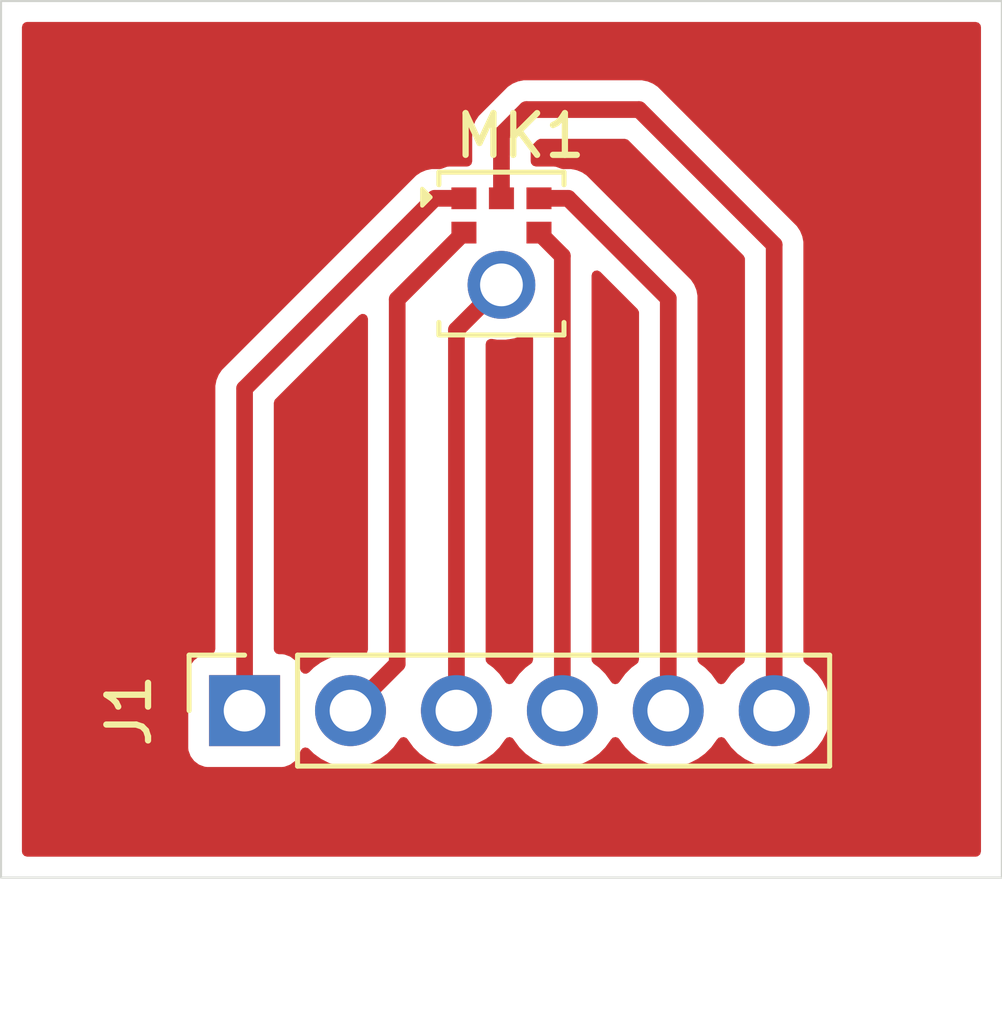
<source format=kicad_pcb>
(kicad_pcb (version 20241229) (generator "pcbnew") (generator_version "9.0")
  (layers (0 "F.Cu" signal) (2 "B.Cu" signal) (13 "F.Paste" user) (15 "B.Paste" user) (5 "F.SilkS" user "F.Silkscreen") (7 "B.SilkS" user "B.Silkscreen") (1 "F.Mask" user) (3 "B.Mask" user) (25 "Edge.Cuts" user))
  (net 0 "")
  (net 1 "Net-(J1-Pin_1)")
  (net 2 "Net-(J1-Pin_6)")
  (net 3 "Net-(J1-Pin_3)")
  (net 4 "Net-(J1-Pin_4)")
  (net 5 "Net-(J1-Pin_2)")
  (net 6 "Net-(J1-Pin_5)")
  (footprint "Connector_PinSocket_2.54mm:PinSocket_1x06_P2.54mm_Vertical" (layer "F.Cu") (at 135.84 85 90)
    (property "Reference" "J1" (at 0 -2.77 90) (layer "F.SilkS"))
    (property "Value" "Conn_01x06_Socket")
    (fp_line (start 1.33 -1.33) (end 1.33 0) (stroke (width 0.12)) (layer "F.SilkS"))
    (fp_line (start 0 -1.33) (end 1.33 -1.33) (stroke (width 0.12)) (layer "F.SilkS"))
    (fp_line (start 1.33 1.27) (end 1.33 14.03) (stroke (width 0.12)) (layer "F.SilkS"))
    (fp_line (start -1.33 1.27) (end 1.33 1.27) (stroke (width 0.12)) (layer "F.SilkS"))
    (fp_line (start -1.33 1.27) (end -1.33 14.03) (stroke (width 0.12)) (layer "F.SilkS"))
    (fp_line (start -1.33 14.03) (end 1.33 14.03) (stroke (width 0.12)) (layer "F.SilkS"))
    (pad "1" thru_hole rect (at 0 0 90) (size 1.7 1.7) (drill 1) (layers "*.Cu" "*.Mask") (net 1 "Net-(J1-Pin_1)"))
    (pad "2" thru_hole circle (at 0 2.54 90) (size 1.7 1.7) (drill 1) (layers "*.Cu" "*.Mask") (net 5 "Net-(J1-Pin_2)"))
    (pad "3" thru_hole circle (at 0 5.08 90) (size 1.7 1.7) (drill 1) (layers "*.Cu" "*.Mask") (net 3 "Net-(J1-Pin_3)"))
    (pad "4" thru_hole circle (at 0 7.62 90) (size 1.7 1.7) (drill 1) (layers "*.Cu" "*.Mask") (net 4 "Net-(J1-Pin_4)"))
    (pad "5" thru_hole circle (at 0 10.16 90) (size 1.7 1.7) (drill 1) (layers "*.Cu" "*.Mask") (net 6 "Net-(J1-Pin_5)"))
    (pad "6" thru_hole circle (at 0 12.7 90) (size 1.7 1.7) (drill 1) (layers "*.Cu" "*.Mask") (net 2 "Net-(J1-Pin_6)"))
  )
  (footprint "fab:Mic_MEMS_TDK_ICS-43434" (layer "F.Cu") (at 142 74)
    (property "Reference" "MK1" (at 0.45 -2.77 0) (layer "F.SilkS"))
    (property "Value" "Mic_MEMS_TDK_ICS-43434" (hide yes))
    (fp_line (start -1.5 -1.9) (end -1.5 -1.6) (stroke (width 0.12)) (layer "F.SilkS"))
    (fp_line (start -1.5 -1.9) (end 1.5 -1.9) (stroke (width 0.12)) (layer "F.SilkS"))
    (fp_line (start -1.5 2) (end -1.5 1.7) (stroke (width 0.12)) (layer "F.SilkS"))
    (fp_line (start 1.5 -1.9) (end 1.5 -1.6) (stroke (width 0.12)) (layer "F.SilkS"))
    (fp_line (start 1.5 2) (end -1.5 2) (stroke (width 0.12)) (layer "F.SilkS"))
    (fp_line (start 1.5 2) (end 1.5 1.7) (stroke (width 0.12)) (layer "F.SilkS"))
    (fp_poly (pts (xy -1.7 -1.3) (xy -1.9 -1.5) (xy -1.9 -1.1)) (stroke (width 0.1)) (fill yes) (layer "F.SilkS"))
    (pad "1" smd rect (at -0.9 -1.274) (size 0.6 0.522) (layers "F.Cu" "F.Mask" "F.Paste") (net 1 "Net-(J1-Pin_1)"))
    (pad "2" smd rect (at -0.9 -0.452) (size 0.6 0.522) (layers "F.Cu" "F.Mask" "F.Paste") (net 5 "Net-(J1-Pin_2)"))
    (pad "3" thru_hole circle (at 0 0.8) (size 1.625 1.625) (drill 1.025) (layers "*.Cu" "*.Mask") (net 3 "Net-(J1-Pin_3)"))
    (pad "4" smd rect (at 0.9 -0.452) (size 0.6 0.522) (layers "F.Cu" "F.Mask" "F.Paste") (net 4 "Net-(J1-Pin_4)"))
    (pad "5" smd rect (at 0.9 -1.274) (size 0.6 0.522) (layers "F.Cu" "F.Mask" "F.Paste") (net 6 "Net-(J1-Pin_5)"))
    (pad "6" smd rect (at 0 -1.274) (size 0.6 0.522) (layers "F.Cu" "F.Mask" "F.Paste") (net 2 "Net-(J1-Pin_6)"))
  )
  (gr_rect (start 130 68) (end 154 89) (stroke (width 0.05)) (fill no) (layer "Edge.Cuts"))
  (segment (start 141.1 72.726) (end 140.4 72.726) (width 0.4) (layer "F.Cu") (net 1))
  (segment (start 135.84 77.286) (end 135.84 85) (width 0.4) (layer "F.Cu") (net 1))
  (segment (start 140.4 72.726) (end 135.84 77.286) (width 0.4) (layer "F.Cu") (net 1))
  (segment (start 148.54 73.84) (end 148.54 85) (width 0.4) (layer "F.Cu") (net 2))
  (segment (start 142 71.2) (end 142.6 70.6) (width 0.4) (layer "F.Cu") (net 2))
  (segment (start 145.3 70.6) (end 148.54 73.84) (width 0.4) (layer "F.Cu") (net 2))
  (segment (start 142.6 70.6) (end 145.3 70.6) (width 0.4) (layer "F.Cu") (net 2))
  (segment (start 142 72.726) (end 142 71.2) (width 0.4) (layer "F.Cu") (net 2))
  (segment (start 142 74.8) (end 140.92 75.88) (width 0.4) (layer "F.Cu") (net 3))
  (segment (start 140.92 75.88) (end 140.92 85) (width 0.4) (layer "F.Cu") (net 3))
  (segment (start 142.9 73.548) (end 143.46 74.108) (width 0.4) (layer "F.Cu") (net 4))
  (segment (start 143.46 74.108) (end 143.46 85) (width 0.4) (layer "F.Cu") (net 4))
  (segment (start 139.5 75.148) (end 139.5 83.88) (width 0.4) (layer "F.Cu") (net 5))
  (segment (start 141.1 73.548) (end 139.5 75.148) (width 0.4) (layer "F.Cu") (net 5))
  (segment (start 139.5 83.88) (end 138.38 85) (width 0.4) (layer "F.Cu") (net 5))
  (segment (start 146 75.126) (end 146 85) (width 0.4) (layer "F.Cu") (net 6))
  (segment (start 142.9 72.726) (end 143.6 72.726) (width 0.4) (layer "F.Cu") (net 6))
  (segment (start 143.6 72.726) (end 146 75.126) (width 0.4) (layer "F.Cu") (net 6))
  (zone (net 0) (net_name "") (layer "F.Cu") (connect_pads (clearance 0.5)) (min_thickness 0.25) (fill yes (thermal_gap 0.5) (thermal_bridge_width 0.5) (island_removal_mode 1) (island_area_min 10))
    (polygon (pts (xy 154 68) (xy 130 68) (xy 130 89) (xy 154 89)))
  )
)
</source>
